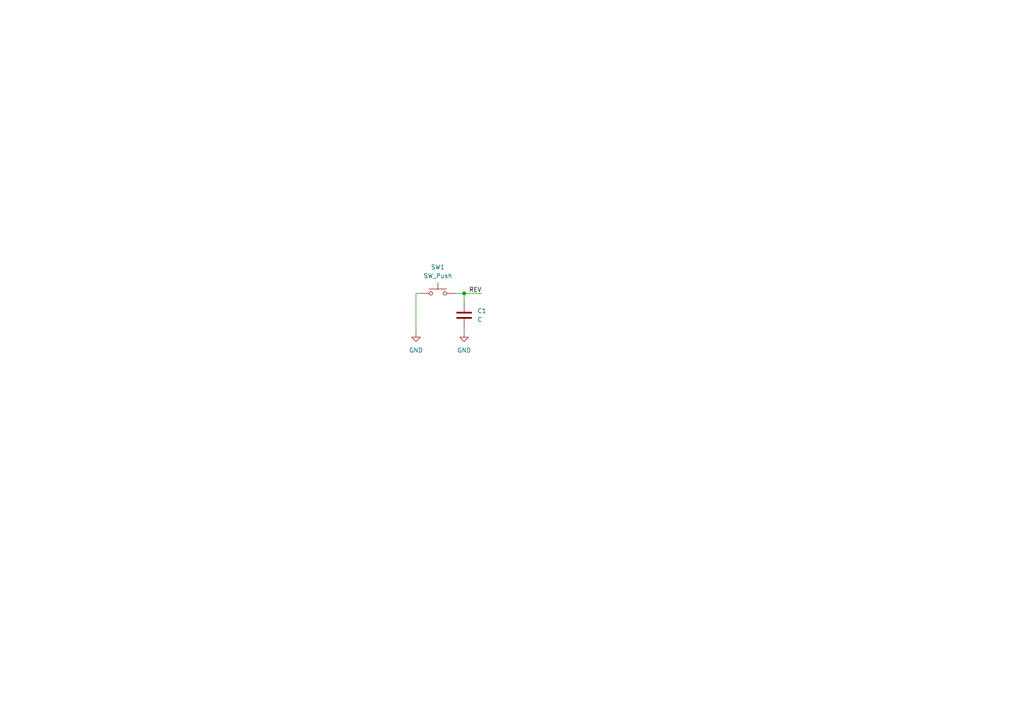
<source format=kicad_sch>
(kicad_sch (version 20250114) (generator "eeschema") (generator_version "9.0")
  (paper "A4")
  (lib_symbols
    (symbol "Device:C" (pin_numbers (hide yes)) (pin_names (offset 0.254))
      (property "Reference" "C" (at 0.635 2.54 0))
      (property "Value" "C" (at 0.635 -2.54 0))
      (symbol "C_0_1"
        (polyline (pts (xy -2.032 0.762) (xy 2.032 0.762)) (stroke (width 0.508)))
        (polyline (pts (xy -2.032 -0.762) (xy 2.032 -0.762)) (stroke (width 0.508)))
      )
      (symbol "C_1_1"
        (pin passive line (at 0 3.81 270) (length 2.794) (name "~") (number "1"))
        (pin passive line (at 0 -3.81 90) (length 2.794) (name "~") (number "2"))
      )
    )
    (symbol "Switch:SW_Push" (pin_numbers (hide yes)) (pin_names (offset 1.016) (hide yes))
      (property "Reference" "SW" (at 1.27 2.54 0))
      (property "Value" "SW_Push" (at 0 -1.524 0))
      (symbol "SW_Push_0_1"
        (circle (center -2.032 0) (radius 0.508))
        (polyline (pts (xy 0 1.27) (xy 0 3.048)))
        (circle (center 2.032 0) (radius 0.508))
        (polyline (pts (xy 2.54 1.27) (xy -2.54 1.27)))
        (pin passive line (at -5.08 0 0) (length 2.54) (name "1") (number "1"))
        (pin passive line (at 5.08 0 180) (length 2.54) (name "2") (number "2"))
      )
    )
    (symbol "power:GND" (power) (pin_numbers (hide yes)) (pin_names (offset 0) (hide yes))
      (property "Value" "GND" (at 0 -3.81 0))
      (symbol "GND_0_1"
        (polyline (pts (xy 0 0) (xy 0 -1.27) (xy 1.27 -1.27) (xy 0 -2.54) (xy -1.27 -1.27) (xy 0 -1.27)))
      )
      (symbol "GND_1_1"
        (pin power_in line (at 0 0 270) (length 0) (name "~") (number "1"))
      )
    )
  )
  (junction (at 134.62 85.09))
  (wire (pts (xy 132.08 85.09) (xy 134.62 85.09)))
  (wire (pts (xy 134.62 85.09) (xy 134.62 87.63)))
  (wire (pts (xy 120.65 85.09) (xy 121.92 85.09)))
  (wire (pts (xy 120.65 96.52) (xy 120.65 85.09)))
  (wire (pts (xy 134.62 85.09) (xy 139.7 85.09)))
  (wire (pts (xy 134.62 95.25) (xy 134.62 96.52)))
  (label "REV" (at 139.7 85.09 180))
  (symbol (lib_id "power:GND") (at 134.62 96.52 0) (unit 1)
    (property "Reference" "#PWR02" (effects (hide yes)))
    (property "Value" "GND" (at 134.62 101.6 0))
    (property "Description" "Power symbol creates a global label with name \"GND\" , ground" (effects (hide yes)))
  )
  (symbol (lib_id "Switch:SW_Push") (at 127 85.09 0) (unit 1)
    (property "Reference" "SW1" (at 127 77.47 0))
    (property "Value" "SW_Push" (at 127 80.01 0))
    (property "Description" "Push button switch, generic, two pins" (effects (hide yes)))
  )
  (symbol (lib_id "power:GND") (at 120.65 96.52 0) (unit 1)
    (property "Reference" "#PWR01" (effects (hide yes)))
    (property "Value" "GND" (at 120.65 101.6 0))
    (property "Description" "Power symbol creates a global label with name \"GND\" , ground" (effects (hide yes)))
  )
  (symbol (lib_id "Device:C") (at 134.62 91.44 0) (unit 1)
    (property "Reference" "C1" (at 138.43 90.1699 0) (effects (justify left)))
    (property "Value" "C" (at 138.43 92.7099 0) (effects (justify left)))
    (property "Description" "Unpolarized capacitor" (effects (hide yes)))
  )
)
</source>
